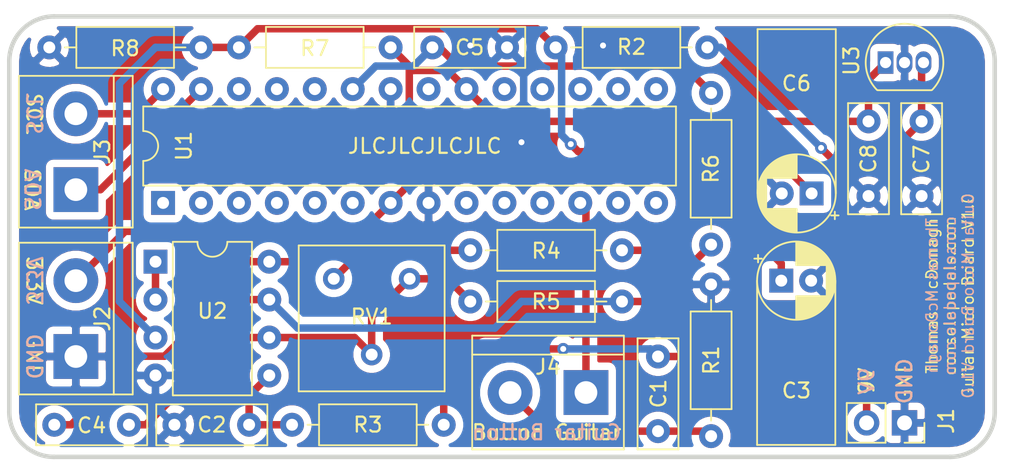
<source format=kicad_pcb>
(kicad_pcb (version 20171130) (host pcbnew "(5.1.7)-1")
  (layers (0 F.Cu signal) (31 B.Cu signal) (34 B.Paste user) (35 F.Paste user) (36 B.SilkS user) (37 F.SilkS user) (38 B.Mask user) (39 F.Mask user) (44 Edge.Cuts user))
  (net 0 "")
  (net 1 "Net-(C1-Pad1)")
  (net 2 /Guitar)
  (net 3 "Net-(C2-Pad2)")
  (net 4 GND)
  (net 5 "Net-(C3-Pad1)")
  (net 6 "Net-(C4-Pad2)")
  (net 7 "Net-(C4-Pad1)")
  (net 8 /A0)
  (net 9 /VREF)
  (net 10 +9V)
  (net 11 +3V3)
  (net 12 /SDA)
  (net 13 /SCL)
  (net 14 /ButtonB)
  (net 15 "Net-(R4-Pad1)")
  (net 16 "Net-(U2-Pad1)")
  (module libraries:CP_Radial_D5.0mm_P2.00mm_L11.0mm (layer F.Cu) (at 171.704 107.696)
    (fp_text reference C3 (at 1.016 7.366) (layer F.SilkS))
    (fp_text value 4.7uF)
    (pad 2 thru_hole circle (at 2 0) (size 1.6 1.6) (drill 0.8) (layers *.Cu *.Mask) (net 4 GND))
    (pad 1 thru_hole rect (at 0 0) (size 1.6 1.6) (drill 0.8) (layers *.Cu *.Mask) (net 5 "Net-(C3-Pad1)"))
  )
  (module libraries:CP_Radial_D5.0mm_P2.00mm_L11.0mm (layer F.Cu) (at 173.736 101.854 180)
    (fp_text reference C6 (at 1.016 7.366) (layer F.SilkS))
    (fp_text value 4.7uF)
    (pad 1 thru_hole rect (at 0 0 180) (size 1.6 1.6) (drill 0.8) (layers *.Cu *.Mask) (net 9 /VREF))
    (pad 2 thru_hole circle (at 2 0 180) (size 1.6 1.6) (drill 0.8) (layers *.Cu *.Mask) (net 4 GND))
  )
  (module TerminalBlock:TerminalBlock_bornier-2_P5.08mm (layer F.Cu) (at 124.46 112.776 90)
    (fp_text reference J2 (at 2.54 1.778 90) (layer F.SilkS))
    (fp_text value "OLED Power")
    (pad 2 thru_hole circle (at 5.08 0 90) (size 3 3) (drill 1.52) (layers *.Cu *.Mask) (net 11 +3V3))
    (pad 1 thru_hole rect (at 0 0 90) (size 3 3) (drill 1.52) (layers *.Cu *.Mask) (net 4 GND))
  )
  (module TerminalBlock:TerminalBlock_bornier-2_P5.08mm (layer F.Cu) (at 124.46 101.6 90)
    (fp_text reference J3 (at 2.54 1.778 90) (layer F.SilkS))
    (fp_text value "OLED I2C")
    (pad 1 thru_hole rect (at 0 0 90) (size 3 3) (drill 1.52) (layers *.Cu *.Mask) (net 12 /SDA))
    (pad 2 thru_hole circle (at 5.08 0 90) (size 3 3) (drill 1.52) (layers *.Cu *.Mask) (net 13 /SCL))
  )
  (module TerminalBlock:TerminalBlock_bornier-2_P5.08mm (layer F.Cu) (at 158.623 115.189 180)
    (fp_text reference J4 (at 2.54 1.7145) (layer F.SilkS))
    (fp_text value Input)
    (pad 2 thru_hole circle (at 5.08 0 180) (size 3 3) (drill 1.52) (layers *.Cu *.Mask) (net 2 /Guitar))
    (pad 1 thru_hole rect (at 0 0 180) (size 3 3) (drill 1.52) (layers *.Cu *.Mask) (net 14 /ButtonB))
  )
  (module Resistor_THT:R_Axial_DIN0207_L6.3mm_D2.5mm_P10.16mm_Horizontal (layer F.Cu) (at 167.005 118.11 90)
    (fp_text reference R1 (at 5.08 0.012999 90) (layer F.SilkS))
    (fp_text value 1M)
    (pad 2 thru_hole oval (at 10.16 0 90) (size 1.6 1.6) (drill 0.8) (layers *.Cu *.Mask) (net 4 GND))
    (pad 1 thru_hole circle (at 0 0 90) (size 1.6 1.6) (drill 0.8) (layers *.Cu *.Mask) (net 2 /Guitar))
  )
  (module Resistor_THT:R_Axial_DIN0207_L6.3mm_D2.5mm_P10.16mm_Horizontal (layer F.Cu) (at 166.751 92.075 180)
    (fp_text reference R2 (at 5.08 0.026999) (layer F.SilkS))
    (fp_text value 1M)
    (pad 1 thru_hole circle (at 0 0 180) (size 1.6 1.6) (drill 0.8) (layers *.Cu *.Mask) (net 1 "Net-(C1-Pad1)"))
    (pad 2 thru_hole oval (at 10.16 0 180) (size 1.6 1.6) (drill 0.8) (layers *.Cu *.Mask) (net 9 /VREF))
  )
  (module Resistor_THT:R_Axial_DIN0207_L6.3mm_D2.5mm_P10.16mm_Horizontal (layer F.Cu) (at 138.938 117.348)
    (fp_text reference R3 (at 5.08 -0.001001) (layer F.SilkS))
    (fp_text value 4.7K)
    (pad 1 thru_hole circle (at 0 0) (size 1.6 1.6) (drill 0.8) (layers *.Cu *.Mask) (net 3 "Net-(C2-Pad2)"))
    (pad 2 thru_hole oval (at 10.16 0) (size 1.6 1.6) (drill 0.8) (layers *.Cu *.Mask) (net 1 "Net-(C1-Pad1)"))
  )
  (module Resistor_THT:R_Axial_DIN0207_L6.3mm_D2.5mm_P10.16mm_Horizontal (layer F.Cu) (at 150.876 105.664)
    (fp_text reference R4 (at 5.08 0.040999) (layer F.SilkS))
    (fp_text value 4.7K)
    (pad 2 thru_hole oval (at 10.16 0) (size 1.6 1.6) (drill 0.8) (layers *.Cu *.Mask) (net 5 "Net-(C3-Pad1)"))
    (pad 1 thru_hole circle (at 0 0) (size 1.6 1.6) (drill 0.8) (layers *.Cu *.Mask) (net 15 "Net-(R4-Pad1)"))
  )
  (module Resistor_THT:R_Axial_DIN0207_L6.3mm_D2.5mm_P10.16mm_Horizontal (layer F.Cu) (at 161.036 109.093 180)
    (fp_text reference R5 (at 5.08 -0.001001) (layer F.SilkS))
    (fp_text value 100K)
    (pad 2 thru_hole oval (at 10.16 0 180) (size 1.6 1.6) (drill 0.8) (layers *.Cu *.Mask) (net 7 "Net-(C4-Pad1)"))
    (pad 1 thru_hole circle (at 0 0 180) (size 1.6 1.6) (drill 0.8) (layers *.Cu *.Mask) (net 6 "Net-(C4-Pad2)"))
  )
  (module Resistor_THT:R_Axial_DIN0207_L6.3mm_D2.5mm_P10.16mm_Horizontal (layer F.Cu) (at 167.005 95.123 270)
    (fp_text reference R6 (at 5.08 0.012999 90) (layer F.SilkS))
    (fp_text value 4.7K)
    (pad 1 thru_hole circle (at 0 0 270) (size 1.6 1.6) (drill 0.8) (layers *.Cu *.Mask) (net 8 /A0))
    (pad 2 thru_hole oval (at 10.16 0 270) (size 1.6 1.6) (drill 0.8) (layers *.Cu *.Mask) (net 6 "Net-(C4-Pad2)"))
  )
  (module Resistor_THT:R_Axial_DIN0207_L6.3mm_D2.5mm_P10.16mm_Horizontal (layer F.Cu) (at 135.382 92.075)
    (fp_text reference R7 (at 5.08 0.054999) (layer F.SilkS))
    (fp_text value 100K)
    (pad 2 thru_hole oval (at 10.16 0) (size 1.6 1.6) (drill 0.8) (layers *.Cu *.Mask) (net 11 +3V3))
    (pad 1 thru_hole circle (at 0 0) (size 1.6 1.6) (drill 0.8) (layers *.Cu *.Mask) (net 9 /VREF))
  )
  (module Resistor_THT:R_Axial_DIN0207_L6.3mm_D2.5mm_P10.16mm_Horizontal (layer F.Cu) (at 122.682 92.075)
    (fp_text reference R8 (at 5.08 0.068999) (layer F.SilkS))
    (fp_text value 100K)
    (pad 1 thru_hole circle (at 0 0) (size 1.6 1.6) (drill 0.8) (layers *.Cu *.Mask) (net 4 GND))
    (pad 2 thru_hole oval (at 10.16 0) (size 1.6 1.6) (drill 0.8) (layers *.Cu *.Mask) (net 9 /VREF))
  )
  (module Potentiometer_THT:Potentiometer_Bourns_3386F_Vertical (layer F.Cu) (at 141.732 107.569 270)
    (fp_text reference RV1 (at 2.54 -2.54 180) (layer F.SilkS))
    (fp_text value 500K)
    (pad 3 thru_hole circle (at 0 -5.08 270) (size 1.44 1.44) (drill 0.8) (layers *.Cu *.Mask) (net 7 "Net-(C4-Pad1)"))
    (pad 2 thru_hole circle (at 5.08 -2.54 270) (size 1.44 1.44) (drill 0.8) (layers *.Cu *.Mask) (net 7 "Net-(C4-Pad1)"))
    (pad 1 thru_hole circle (at 0 0 270) (size 1.44 1.44) (drill 0.8) (layers *.Cu *.Mask) (net 15 "Net-(R4-Pad1)"))
  )
  (module Package_DIP:DIP-28_W7.62mm (layer F.Cu) (at 130.302 102.489 90)
    (fp_text reference U1 (at 3.81 1.397 90) (layer F.SilkS))
    (fp_text value ATmega328P-PU)
    (pad 1 thru_hole rect (at 0 0 90) (size 1.6 1.6) (drill 0.8) (layers *.Cu *.Mask))
    (pad 15 thru_hole oval (at 7.62 33.02 90) (size 1.6 1.6) (drill 0.8) (layers *.Cu *.Mask))
    (pad 2 thru_hole oval (at 0 2.54 90) (size 1.6 1.6) (drill 0.8) (layers *.Cu *.Mask))
    (pad 16 thru_hole oval (at 7.62 30.48 90) (size 1.6 1.6) (drill 0.8) (layers *.Cu *.Mask))
    (pad 3 thru_hole oval (at 0 5.08 90) (size 1.6 1.6) (drill 0.8) (layers *.Cu *.Mask))
    (pad 17 thru_hole oval (at 7.62 27.94 90) (size 1.6 1.6) (drill 0.8) (layers *.Cu *.Mask))
    (pad 4 thru_hole oval (at 0 7.62 90) (size 1.6 1.6) (drill 0.8) (layers *.Cu *.Mask))
    (pad 18 thru_hole oval (at 7.62 25.4 90) (size 1.6 1.6) (drill 0.8) (layers *.Cu *.Mask))
    (pad 5 thru_hole oval (at 0 10.16 90) (size 1.6 1.6) (drill 0.8) (layers *.Cu *.Mask))
    (pad 19 thru_hole oval (at 7.62 22.86 90) (size 1.6 1.6) (drill 0.8) (layers *.Cu *.Mask))
    (pad 6 thru_hole oval (at 0 12.7 90) (size 1.6 1.6) (drill 0.8) (layers *.Cu *.Mask))
    (pad 20 thru_hole oval (at 7.62 20.32 90) (size 1.6 1.6) (drill 0.8) (layers *.Cu *.Mask) (net 11 +3V3))
    (pad 7 thru_hole oval (at 0 15.24 90) (size 1.6 1.6) (drill 0.8) (layers *.Cu *.Mask) (net 11 +3V3))
    (pad 21 thru_hole oval (at 7.62 17.78 90) (size 1.6 1.6) (drill 0.8) (layers *.Cu *.Mask))
    (pad 8 thru_hole oval (at 0 17.78 90) (size 1.6 1.6) (drill 0.8) (layers *.Cu *.Mask) (net 4 GND))
    (pad 22 thru_hole oval (at 7.62 15.24 90) (size 1.6 1.6) (drill 0.8) (layers *.Cu *.Mask) (net 4 GND))
    (pad 9 thru_hole oval (at 0 20.32 90) (size 1.6 1.6) (drill 0.8) (layers *.Cu *.Mask))
    (pad 23 thru_hole oval (at 7.62 12.7 90) (size 1.6 1.6) (drill 0.8) (layers *.Cu *.Mask) (net 8 /A0))
    (pad 10 thru_hole oval (at 0 22.86 90) (size 1.6 1.6) (drill 0.8) (layers *.Cu *.Mask))
    (pad 24 thru_hole oval (at 7.62 10.16 90) (size 1.6 1.6) (drill 0.8) (layers *.Cu *.Mask))
    (pad 11 thru_hole oval (at 0 25.4 90) (size 1.6 1.6) (drill 0.8) (layers *.Cu *.Mask))
    (pad 25 thru_hole oval (at 7.62 7.62 90) (size 1.6 1.6) (drill 0.8) (layers *.Cu *.Mask))
    (pad 12 thru_hole oval (at 0 27.94 90) (size 1.6 1.6) (drill 0.8) (layers *.Cu *.Mask) (net 14 /ButtonB))
    (pad 26 thru_hole oval (at 7.62 5.08 90) (size 1.6 1.6) (drill 0.8) (layers *.Cu *.Mask))
    (pad 13 thru_hole oval (at 0 30.48 90) (size 1.6 1.6) (drill 0.8) (layers *.Cu *.Mask))
    (pad 27 thru_hole oval (at 7.62 2.54 90) (size 1.6 1.6) (drill 0.8) (layers *.Cu *.Mask) (net 12 /SDA))
    (pad 14 thru_hole oval (at 0 33.02 90) (size 1.6 1.6) (drill 0.8) (layers *.Cu *.Mask))
    (pad 28 thru_hole oval (at 7.62 0 90) (size 1.6 1.6) (drill 0.8) (layers *.Cu *.Mask) (net 13 /SCL))
  )
  (module Package_DIP:DIP-8_W7.62mm (layer F.Cu) (at 129.794 106.426)
    (fp_text reference U2 (at 3.81 3.302) (layer F.SilkS))
    (fp_text value TL972)
    (pad 1 thru_hole rect (at 0 0) (size 1.6 1.6) (drill 0.8) (layers *.Cu *.Mask) (net 16 "Net-(U2-Pad1)"))
    (pad 5 thru_hole oval (at 7.62 7.62) (size 1.6 1.6) (drill 0.8) (layers *.Cu *.Mask) (net 3 "Net-(C2-Pad2)"))
    (pad 2 thru_hole oval (at 0 2.54) (size 1.6 1.6) (drill 0.8) (layers *.Cu *.Mask) (net 16 "Net-(U2-Pad1)"))
    (pad 6 thru_hole oval (at 7.62 5.08) (size 1.6 1.6) (drill 0.8) (layers *.Cu *.Mask) (net 7 "Net-(C4-Pad1)"))
    (pad 3 thru_hole oval (at 0 5.08) (size 1.6 1.6) (drill 0.8) (layers *.Cu *.Mask) (net 9 /VREF))
    (pad 7 thru_hole oval (at 7.62 2.54) (size 1.6 1.6) (drill 0.8) (layers *.Cu *.Mask) (net 6 "Net-(C4-Pad2)"))
    (pad 4 thru_hole oval (at 0 7.62) (size 1.6 1.6) (drill 0.8) (layers *.Cu *.Mask) (net 4 GND))
    (pad 8 thru_hole oval (at 7.62 0) (size 1.6 1.6) (drill 0.8) (layers *.Cu *.Mask) (net 11 +3V3))
  )
  (module Package_TO_SOT_THT:TO-92_Inline (layer F.Cu) (at 178.689 93.091)
    (fp_text reference U3 (at -2.286 -0.127 90) (layer F.SilkS))
    (fp_text value L78L33_TO92)
    (pad 2 thru_hole oval (at 1.27 0) (size 1.05 1.5) (drill 0.75) (layers *.Cu *.Mask) (net 4 GND))
    (pad 3 thru_hole oval (at 2.54 0) (size 1.05 1.5) (drill 0.75) (layers *.Cu *.Mask) (net 10 +9V))
    (pad 1 thru_hole rect (at 0 0) (size 1.05 1.5) (drill 0.75) (layers *.Cu *.Mask) (net 11 +3V3))
  )
  (module Connector_PinSocket_2.54mm:PinSocket_1x02_P2.54mm_Vertical (layer F.Cu) (at 179.959 117.221 270)
    (fp_text reference J1 (at -0.127 -2.794 90) (layer F.SilkS))
    (fp_text value Power)
    (pad 1 thru_hole rect (at 0 0 270) (size 1.7 1.7) (drill 1) (layers *.Cu *.Mask) (net 4 GND))
    (pad 2 thru_hole oval (at 0 2.54 270) (size 1.7 1.7) (drill 1) (layers *.Cu *.Mask) (net 10 +9V))
  )
  (module Capacitor_THT:C_Rect_L7.2mm_W2.5mm_P5.00mm_FKS2_FKP2_MKS2_MKP2 (layer F.Cu) (at 163.449 112.776 270)
    (fp_text reference C1 (at 2.486999 -0.034001 90) (layer F.SilkS))
    (fp_text value 100nF)
    (pad 2 thru_hole circle (at 5 0 270) (size 1.6 1.6) (drill 0.8) (layers *.Cu *.Mask) (net 2 /Guitar))
    (pad 1 thru_hole circle (at 0 0 270) (size 1.6 1.6) (drill 0.8) (layers *.Cu *.Mask) (net 1 "Net-(C1-Pad1)"))
  )
  (module Capacitor_THT:C_Rect_L7.2mm_W2.5mm_P5.00mm_FKS2_FKP2_MKS2_MKP2 (layer F.Cu) (at 131.064 117.348)
    (fp_text reference C2 (at 2.5 0 180) (layer F.SilkS))
    (fp_text value 6.8nF)
    (pad 1 thru_hole circle (at 0 0) (size 1.6 1.6) (drill 0.8) (layers *.Cu *.Mask) (net 4 GND))
    (pad 2 thru_hole circle (at 5 0) (size 1.6 1.6) (drill 0.8) (layers *.Cu *.Mask) (net 3 "Net-(C2-Pad2)"))
  )
  (module Capacitor_THT:C_Rect_L7.2mm_W2.5mm_P5.00mm_FKS2_FKP2_MKS2_MKP2 (layer F.Cu) (at 128.016 117.348 180)
    (fp_text reference C4 (at 2.5 -0.047001) (layer F.SilkS))
    (fp_text value 270pF)
    (pad 1 thru_hole circle (at 0 0 180) (size 1.6 1.6) (drill 0.8) (layers *.Cu *.Mask) (net 7 "Net-(C4-Pad1)"))
    (pad 2 thru_hole circle (at 5 0 180) (size 1.6 1.6) (drill 0.8) (layers *.Cu *.Mask) (net 6 "Net-(C4-Pad2)"))
  )
  (module Capacitor_THT:C_Rect_L7.2mm_W2.5mm_P5.00mm_FKS2_FKP2_MKS2_MKP2 (layer F.Cu) (at 148.336 92.075)
    (fp_text reference C5 (at 2.5 0) (layer F.SilkS))
    (fp_text value 6.8nF)
    (pad 2 thru_hole circle (at 5 0) (size 1.6 1.6) (drill 0.8) (layers *.Cu *.Mask) (net 4 GND))
    (pad 1 thru_hole circle (at 0 0) (size 1.6 1.6) (drill 0.8) (layers *.Cu *.Mask) (net 8 /A0))
  )
  (module Capacitor_THT:C_Rect_L7.2mm_W2.5mm_P5.00mm_FKS2_FKP2_MKS2_MKP2 (layer F.Cu) (at 181.102 97.028 270)
    (fp_text reference C7 (at 2.54 0 90) (layer F.SilkS))
    (fp_text value 0.33uF)
    (pad 2 thru_hole circle (at 5 0 270) (size 1.6 1.6) (drill 0.8) (layers *.Cu *.Mask) (net 4 GND))
    (pad 1 thru_hole circle (at 0 0 270) (size 1.6 1.6) (drill 0.8) (layers *.Cu *.Mask) (net 10 +9V))
  )
  (module Capacitor_THT:C_Rect_L7.2mm_W2.5mm_P5.00mm_FKS2_FKP2_MKS2_MKP2 (layer F.Cu) (at 177.546 97.028 270)
    (fp_text reference C8 (at 2.5 0 90) (layer F.SilkS))
    (fp_text value 100nF)
    (pad 1 thru_hole circle (at 0 0 270) (size 1.6 1.6) (drill 0.8) (layers *.Cu *.Mask) (net 11 +3V3))
    (pad 2 thru_hole circle (at 5 0 270) (size 1.6 1.6) (drill 0.8) (layers *.Cu *.Mask) (net 4 GND))
  )
  (gr_text JLCJLCJLCJLC (at 147.828 98.679) (layer F.SilkS) (effects (font (size 1 1))))
  (gr_text SDA (at 121.539 101.6 270) (layer F.SilkS) (effects (font (size 1 1))))
  (gr_text SCL (at 121.666 96.52 270) (layer F.SilkS) (effects (font (size 1 1))))
  (gr_text SCL (at 121.666 96.52 270) (layer B.SilkS) (effects (font (size 1 1)) (justify mirror)))
  (gr_text SDA (at 121.539 101.6 270) (layer B.SilkS) (effects (font (size 1 1)) (justify mirror)))
  (gr_text GND (at 121.666 112.776 270) (layer F.SilkS) (effects (font (size 1 1))))
  (gr_text 3.3V (at 121.666 107.696 270) (layer F.SilkS) (effects (font (size 1 1))))
  (gr_text GND (at 121.666 112.776 270) (layer B.SilkS) (effects (font (size 1 1)) (justify mirror)))
  (gr_text 3.3V (at 121.666 107.696 270) (layer B.SilkS) (effects (font (size 1 1)) (justify mirror)))
  (gr_text Guitar (at 158.75 117.856) (layer F.SilkS) (effects (font (size 1 1))))
  (gr_text Button (at 153.416 117.856) (layer F.SilkS) (effects (font (size 1 1))))
  (gr_text Button (at 153.416 117.856) (layer B.SilkS) (effects (font (size 1 1)) (justify mirror)))
  (gr_text Guitar (at 158.75 117.856) (layer B.SilkS) (effects (font (size 1 1)) (justify mirror)))
  (gr_text GND (at 179.959 114.427 90) (layer F.SilkS) (effects (font (size 1 1))))
  (gr_text 9V (at 177.419 114.427 90) (layer F.SilkS) (effects (font (size 1 1))))
  (gr_text GND (at 179.959 114.427 90) (layer B.SilkS) (effects (font (size 1 1)) (justify mirror)))
  (gr_text 9V (at 177.419 114.427 90) (layer B.SilkS) (effects (font (size 1 1)) (justify mirror)))
  (gr_text "Thomas McDonagh\nconsolepedals.com\nGuitar Micro Board V1.0" (at 183.007 108.712 90) (layer F.SilkS) (effects (font (size 0.75 0.75) (thickness 0.1))))
  (gr_text "Thomas McDonagh\nconsolepedals.com\nGuitar Micro Board V1.0" (at 183.007 108.712 90) (layer B.SilkS) (effects (font (size 0.75 0.75) (thickness 0.1)) (justify mirror)))
  (gr_arc (start 183 93) (end 186 93) (angle -90) (layer Edge.Cuts) (width 0.3))
  (gr_arc (start 183 116.5) (end 183 119.5) (angle -90) (layer Edge.Cuts) (width 0.3))
  (gr_arc (start 123 116.5) (end 120 116.5) (angle -90) (layer Edge.Cuts) (width 0.3))
  (gr_arc (start 123 93) (end 123 90) (angle -90) (layer Edge.Cuts) (width 0.3))
  (gr_line (start 120 116.5) (end 120 93) (layer Edge.Cuts) (width 0.3))
  (gr_line (start 123 119.5) (end 183 119.5) (layer Edge.Cuts) (width 0.3))
  (gr_line (start 186 93) (end 186 116.5) (layer Edge.Cuts) (width 0.3))
  (gr_line (start 123 90) (end 183 90) (layer Edge.Cuts) (width 0.3))
  (segment (start 149.098 117.348) (end 149.098 115.062) (width 0.5) (layer F.Cu) (net 1))
  (segment (start 151.892 112.268) (end 157.099 112.268) (width 0.5) (layer F.Cu) (net 1))
  (via (at 157.099 112.268) (size 0.8) (drill 0.4) (layers F.Cu B.Cu) (net 1))
  (segment (start 149.098 115.062) (end 151.892 112.268) (width 0.5) (layer F.Cu) (net 1))
  (segment (start 162.941 112.268) (end 163.449 112.776) (width 0.5) (layer B.Cu) (net 1))
  (segment (start 157.099 112.268) (end 162.941 112.268) (width 0.5) (layer B.Cu) (net 1))
  (segment (start 163.449 112.776) (end 171.704 112.776) (width 0.5) (layer F.Cu) (net 1))
  (segment (start 171.704 112.776) (end 175.641 108.839) (width 0.5) (layer F.Cu) (net 1))
  (via (at 174.371 98.806) (size 0.8) (drill 0.4) (layers F.Cu B.Cu) (net 1))
  (segment (start 175.641 100.076) (end 174.371 98.806) (width 0.5) (layer F.Cu) (net 1))
  (segment (start 175.641 108.839) (end 175.641 100.076) (width 0.5) (layer F.Cu) (net 1))
  (segment (start 167.64 92.075) (end 166.751 92.075) (width 0.5) (layer B.Cu) (net 1))
  (segment (start 174.371 98.806) (end 167.64 92.075) (width 0.5) (layer B.Cu) (net 1))
  (segment (start 166.671 117.776) (end 167.005 118.11) (width 0.5) (layer F.Cu) (net 2))
  (segment (start 163.449 117.776) (end 166.671 117.776) (width 0.5) (layer F.Cu) (net 2))
  (segment (start 156.13 117.776) (end 153.543 115.189) (width 0.5) (layer F.Cu) (net 2))
  (segment (start 163.449 117.776) (end 156.13 117.776) (width 0.5) (layer F.Cu) (net 2))
  (segment (start 136.064 117.348) (end 138.938 117.348) (width 0.5) (layer F.Cu) (net 3))
  (segment (start 136.064 115.396) (end 137.414 114.046) (width 0.5) (layer F.Cu) (net 3))
  (segment (start 136.064 117.348) (end 136.064 115.396) (width 0.5) (layer F.Cu) (net 3))
  (via (at 159.766 91.948) (size 0.8) (drill 0.4) (layers F.Cu B.Cu) (net 4))
  (via (at 150.876 91.948) (size 0.8) (drill 0.4) (layers F.Cu B.Cu) (net 4))
  (via (at 154.305 98.425) (size 0.8) (drill 0.4) (layers F.Cu B.Cu) (net 4))
  (segment (start 154.451999 98.278001) (end 154.305 98.425) (width 0.5) (layer B.Cu) (net 4))
  (segment (start 154.451999 93.190999) (end 154.451999 98.278001) (width 0.5) (layer B.Cu) (net 4))
  (segment (start 153.336 92.075) (end 154.451999 93.190999) (width 0.5) (layer B.Cu) (net 4))
  (segment (start 161.036 105.664) (end 163.068 105.664) (width 0.5) (layer F.Cu) (net 5))
  (segment (start 163.068 105.664) (end 165.862 102.87) (width 0.5) (layer F.Cu) (net 5))
  (segment (start 165.862 102.87) (end 168.021 102.87) (width 0.5) (layer F.Cu) (net 5))
  (segment (start 171.704 106.553) (end 171.704 107.696) (width 0.5) (layer F.Cu) (net 5))
  (segment (start 168.021 102.87) (end 171.704 106.553) (width 0.5) (layer F.Cu) (net 5))
  (segment (start 163.195 109.093) (end 167.005 105.283) (width 0.5) (layer F.Cu) (net 6))
  (segment (start 161.036 109.093) (end 163.195 109.093) (width 0.5) (layer F.Cu) (net 6))
  (segment (start 124.14737 117.348) (end 123.016 117.348) (width 0.5) (layer F.Cu) (net 6))
  (segment (start 128.739369 112.756001) (end 124.14737 117.348) (width 0.5) (layer F.Cu) (net 6))
  (segment (start 130.394001 112.756001) (end 128.739369 112.756001) (width 0.5) (layer F.Cu) (net 6))
  (segment (start 134.184002 108.966) (end 130.394001 112.756001) (width 0.5) (layer F.Cu) (net 6))
  (segment (start 137.414 108.966) (end 134.184002 108.966) (width 0.5) (layer F.Cu) (net 6))
  (segment (start 161.036 109.093) (end 154.305 109.093) (width 0.5) (layer B.Cu) (net 6))
  (segment (start 154.305 109.093) (end 152.527 110.871) (width 0.5) (layer B.Cu) (net 6))
  (segment (start 139.319 110.871) (end 137.414 108.966) (width 0.5) (layer B.Cu) (net 6))
  (segment (start 152.527 110.871) (end 139.319 110.871) (width 0.5) (layer B.Cu) (net 6))
  (segment (start 134.98937 111.506) (end 137.414 111.506) (width 0.5) (layer F.Cu) (net 7))
  (segment (start 129.14737 117.348) (end 134.98937 111.506) (width 0.5) (layer F.Cu) (net 7))
  (segment (start 128.016 117.348) (end 129.14737 117.348) (width 0.5) (layer F.Cu) (net 7))
  (segment (start 143.129 111.506) (end 144.272 112.649) (width 0.5) (layer F.Cu) (net 7))
  (segment (start 137.414 111.506) (end 143.129 111.506) (width 0.5) (layer F.Cu) (net 7))
  (segment (start 149.352 107.569) (end 150.876 109.093) (width 0.5) (layer F.Cu) (net 7))
  (segment (start 146.812 107.569) (end 149.352 107.569) (width 0.5) (layer F.Cu) (net 7))
  (segment (start 144.272 110.109) (end 146.812 107.569) (width 0.5) (layer F.Cu) (net 7))
  (segment (start 144.272 112.649) (end 144.272 110.109) (width 0.5) (layer F.Cu) (net 7))
  (segment (start 147.085999 93.325001) (end 148.336 92.075) (width 0.5) (layer B.Cu) (net 8))
  (segment (start 144.545999 93.325001) (end 147.085999 93.325001) (width 0.5) (layer B.Cu) (net 8))
  (segment (start 143.002 94.869) (end 144.545999 93.325001) (width 0.5) (layer B.Cu) (net 8))
  (segment (start 150.067964 93.325001) (end 148.817963 92.075) (width 0.5) (layer F.Cu) (net 8))
  (segment (start 148.817963 92.075) (end 148.336 92.075) (width 0.5) (layer F.Cu) (net 8))
  (segment (start 165.207001 93.325001) (end 150.067964 93.325001) (width 0.5) (layer F.Cu) (net 8))
  (segment (start 167.005 95.123) (end 165.207001 93.325001) (width 0.5) (layer F.Cu) (net 8))
  (segment (start 132.842 92.075) (end 135.382 92.075) (width 0.5) (layer F.Cu) (net 9))
  (segment (start 136.632001 90.824999) (end 135.382 92.075) (width 0.5) (layer F.Cu) (net 9))
  (segment (start 155.340999 90.824999) (end 136.632001 90.824999) (width 0.5) (layer F.Cu) (net 9))
  (segment (start 156.591 92.075) (end 155.340999 90.824999) (width 0.5) (layer F.Cu) (net 9))
  (segment (start 129.794 111.506) (end 127.381 109.093) (width 0.5) (layer B.Cu) (net 9))
  (segment (start 127.381 109.093) (end 127.381 94.488) (width 0.5) (layer B.Cu) (net 9))
  (segment (start 129.794 92.075) (end 132.842 92.075) (width 0.5) (layer B.Cu) (net 9))
  (segment (start 127.381 94.488) (end 129.794 92.075) (width 0.5) (layer B.Cu) (net 9))
  (segment (start 173.736 101.854) (end 170.942 99.06) (width 0.5) (layer F.Cu) (net 9))
  (via (at 157.607 98.552) (size 0.8) (drill 0.4) (layers F.Cu B.Cu) (net 9))
  (segment (start 158.115 99.06) (end 157.607 98.552) (width 0.5) (layer F.Cu) (net 9))
  (segment (start 170.942 99.06) (end 158.115 99.06) (width 0.5) (layer F.Cu) (net 9))
  (segment (start 156.991999 97.936999) (end 156.991999 92.475999) (width 0.5) (layer B.Cu) (net 9))
  (segment (start 156.991999 92.475999) (end 156.591 92.075) (width 0.5) (layer B.Cu) (net 9))
  (segment (start 157.607 98.552) (end 156.991999 97.936999) (width 0.5) (layer B.Cu) (net 9))
  (segment (start 177.419 117.221) (end 177.419 106.172) (width 0.5) (layer F.Cu) (net 10))
  (segment (start 177.419 106.172) (end 179.451 104.14) (width 0.5) (layer F.Cu) (net 10))
  (segment (start 179.451 98.679) (end 181.102 97.028) (width 0.5) (layer F.Cu) (net 10))
  (segment (start 179.451 104.14) (end 179.451 98.679) (width 0.5) (layer F.Cu) (net 10))
  (segment (start 181.102 93.218) (end 181.229 93.091) (width 0.5) (layer F.Cu) (net 10))
  (segment (start 181.102 97.028) (end 181.102 93.218) (width 0.5) (layer F.Cu) (net 10))
  (segment (start 177.546 94.234) (end 178.689 93.091) (width 0.5) (layer F.Cu) (net 11))
  (segment (start 177.546 97.028) (end 177.546 94.234) (width 0.5) (layer F.Cu) (net 11))
  (segment (start 149.371999 93.618999) (end 150.622 94.869) (width 0.5) (layer F.Cu) (net 11))
  (segment (start 147.085999 93.618999) (end 149.371999 93.618999) (width 0.5) (layer F.Cu) (net 11))
  (segment (start 145.542 92.075) (end 147.085999 93.618999) (width 0.5) (layer F.Cu) (net 11))
  (segment (start 137.414 106.426) (end 136.144 106.426) (width 0.5) (layer F.Cu) (net 11))
  (segment (start 136.144 106.426) (end 134.112 104.394) (width 0.5) (layer F.Cu) (net 11))
  (segment (start 127.762 104.394) (end 124.46 107.696) (width 0.5) (layer F.Cu) (net 11))
  (segment (start 134.112 104.394) (end 127.762 104.394) (width 0.5) (layer F.Cu) (net 11))
  (segment (start 146.792001 101.238999) (end 145.542 102.489) (width 0.5) (layer F.Cu) (net 11))
  (segment (start 146.792001 93.325001) (end 146.792001 101.238999) (width 0.5) (layer F.Cu) (net 11))
  (segment (start 145.542 92.075) (end 146.792001 93.325001) (width 0.5) (layer F.Cu) (net 11))
  (segment (start 152.781 97.028) (end 177.546 97.028) (width 0.5) (layer F.Cu) (net 11))
  (segment (start 150.622 94.869) (end 152.781 97.028) (width 0.5) (layer F.Cu) (net 11))
  (segment (start 137.414 106.426) (end 139.573 106.426) (width 0.5) (layer F.Cu) (net 11))
  (segment (start 139.573 106.426) (end 141.605 104.394) (width 0.5) (layer F.Cu) (net 11))
  (segment (start 143.637 104.394) (end 145.542 102.489) (width 0.5) (layer F.Cu) (net 11))
  (segment (start 141.605 104.394) (end 143.637 104.394) (width 0.5) (layer F.Cu) (net 11))
  (segment (start 126.111 101.6) (end 132.842 94.869) (width 0.5) (layer F.Cu) (net 12))
  (segment (start 124.46 101.6) (end 126.111 101.6) (width 0.5) (layer F.Cu) (net 12))
  (segment (start 128.651 96.52) (end 130.302 94.869) (width 0.5) (layer F.Cu) (net 13))
  (segment (start 124.46 96.52) (end 128.651 96.52) (width 0.5) (layer F.Cu) (net 13))
  (segment (start 158.623 102.87) (end 158.242 102.489) (width 0.5) (layer F.Cu) (net 14))
  (segment (start 158.623 115.189) (end 158.623 102.87) (width 0.5) (layer F.Cu) (net 14))
  (segment (start 143.637 105.664) (end 141.732 107.569) (width 0.5) (layer F.Cu) (net 15))
  (segment (start 150.876 105.664) (end 143.637 105.664) (width 0.5) (layer F.Cu) (net 15))
  (segment (start 129.794 108.966) (end 129.794 106.426) (width 0.5) (layer F.Cu) (net 16))
  (zone (net 4) (net_name GND) (layer B.Cu) (connect_pads (clearance 0.508)) (min_thickness 0.254) (fill yes (arc_segments 32) (thermal_gap 0.508) (thermal_bridge_width 0.508))
    (polygon (pts (xy 187.96 120.65) (xy 119.38 120.65) (xy 119.38 88.9) (xy 187.96 88.9)))
  )
  (zone (net 4) (net_name GND) (layer F.Cu) (connect_pads (clearance 0.508)) (min_thickness 0.254) (fill yes (arc_segments 32) (thermal_gap 0.508) (thermal_bridge_width 0.508))
    (polygon (pts (xy 187.96 120.65) (xy 119.38 120.65) (xy 119.38 88.9) (xy 187.96 88.9)))
  )
)
</source>
